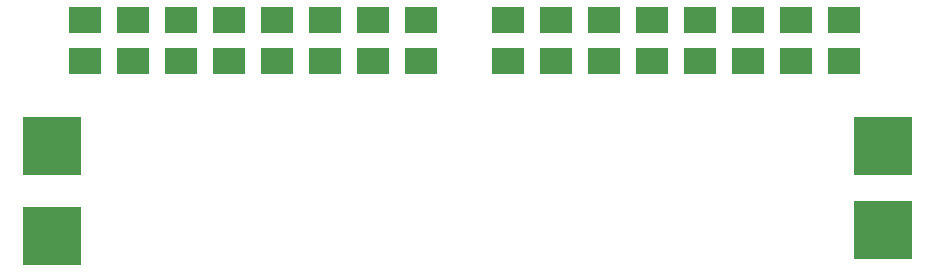
<source format=gbp>
G04 ---------------------------- Layer name :BOTTOM PASTER LAYER*
G04 EasyEDA v5.5.11, Mon, 04 Jun 2018 22:37:14 GMT*
G04 a06480a3d07c492ca7fe7dcdfe2faa1f*
G04 Gerber Generator version 0.2*
G04 Scale: 100 percent, Rotated: No, Reflected: No *
G04 Dimensions in millimeters *
G04 leading zeros omitted , absolute positions ,3 integer and 3 decimal *
%FSLAX33Y33*%
%MOMM*%
G90*
G71D02*

%ADD22R,4.999990X4.999990*%
%ADD33R,2.700020X2.299995*%

%LPD*%
G54D22*
G01X73914Y18034D03*
G01X3556Y18034D03*
G01X3556Y10414D03*
G01X73914Y10922D03*
G54D33*
G01X6350Y28702D03*
G01X6350Y25247D03*
G01X10414Y28702D03*
G01X10414Y25247D03*
G01X14478Y28702D03*
G01X14478Y25247D03*
G01X18542Y28702D03*
G01X18542Y25247D03*
G01X22606Y28702D03*
G01X22606Y25247D03*
G01X26670Y28702D03*
G01X26670Y25247D03*
G01X30734Y28702D03*
G01X30734Y25247D03*
G01X34798Y28702D03*
G01X34798Y25247D03*
G01X42164Y28702D03*
G01X42164Y25247D03*
G01X46228Y28702D03*
G01X46228Y25247D03*
G01X50292Y28702D03*
G01X50292Y25247D03*
G01X54356Y28702D03*
G01X54356Y25247D03*
G01X58420Y28702D03*
G01X58420Y25247D03*
G01X62484Y28702D03*
G01X62484Y25247D03*
G01X66548Y28702D03*
G01X66548Y25247D03*
G01X70612Y28702D03*
G01X70612Y25247D03*
M00*
M02*

</source>
